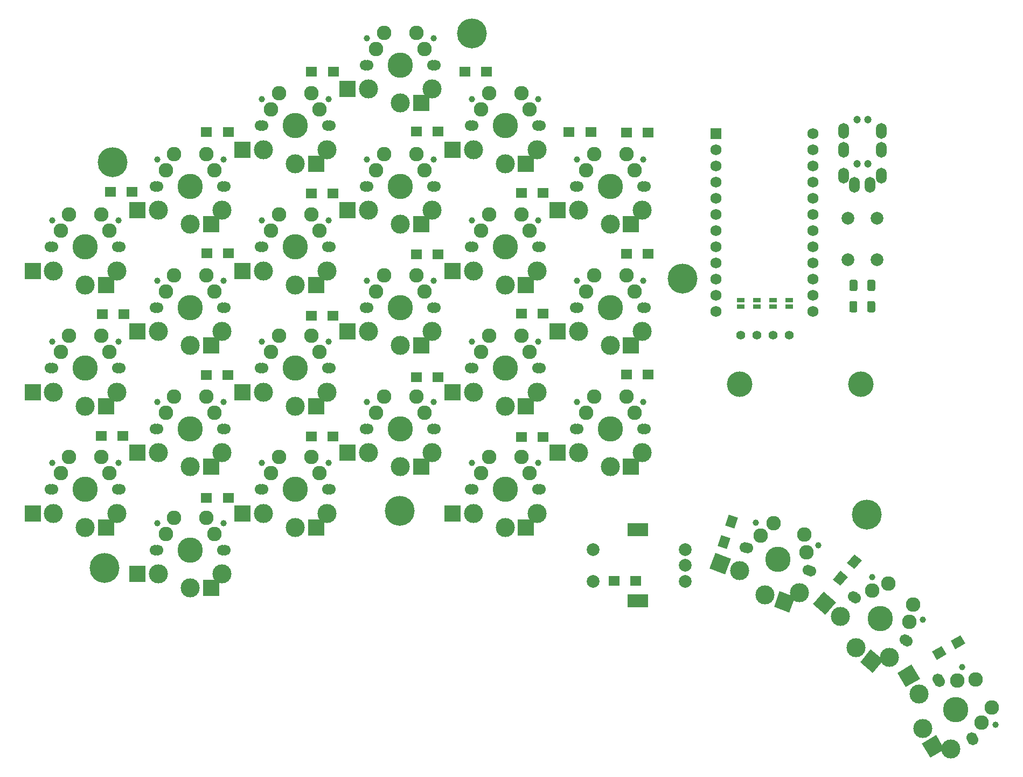
<source format=gbr>
%TF.GenerationSoftware,KiCad,Pcbnew,5.1.10-88a1d61d58~90~ubuntu20.04.1*%
%TF.CreationDate,2021-08-28T15:33:20+01:00*%
%TF.ProjectId,scrawler,73637261-776c-4657-922e-6b696361645f,rev?*%
%TF.SameCoordinates,Original*%
%TF.FileFunction,Soldermask,Bot*%
%TF.FilePolarity,Negative*%
%FSLAX46Y46*%
G04 Gerber Fmt 4.6, Leading zero omitted, Abs format (unit mm)*
G04 Created by KiCad (PCBNEW 5.1.10-88a1d61d58~90~ubuntu20.04.1) date 2021-08-28 15:33:20*
%MOMM*%
%LPD*%
G01*
G04 APERTURE LIST*
%ADD10C,4.000000*%
%ADD11O,1.700000X2.500000*%
%ADD12C,1.200000*%
%ADD13C,1.752600*%
%ADD14R,1.752600X1.752600*%
%ADD15C,1.701800*%
%ADD16C,3.000000*%
%ADD17C,3.429000*%
%ADD18R,2.600000X2.600000*%
%ADD19C,0.990600*%
%ADD20C,2.286000*%
%ADD21C,3.987800*%
%ADD22C,0.100000*%
%ADD23C,2.000000*%
%ADD24R,3.200000X2.000000*%
%ADD25R,1.143000X0.635000*%
%ADD26C,1.397000*%
%ADD27C,4.700000*%
%ADD28R,1.800000X1.500000*%
G04 APERTURE END LIST*
D10*
%TO.C,H8*%
X198120000Y-97790000D03*
%TD*%
%TO.C,H7*%
X179070000Y-97790000D03*
%TD*%
D11*
%TO.C,J2*%
X197112200Y-66460800D03*
X201312200Y-64960800D03*
X201312200Y-60960800D03*
X201312200Y-57960800D03*
D12*
X199212200Y-63160800D03*
X199212200Y-56160800D03*
D11*
X195362200Y-60960800D03*
X195362200Y-57960800D03*
X199562200Y-66460800D03*
X195362200Y-64960800D03*
D12*
X197462200Y-56160800D03*
X197462200Y-63160800D03*
%TD*%
D13*
%TO.C,U1*%
X190525400Y-58381900D03*
X175285400Y-86321900D03*
X190525400Y-60921900D03*
X190525400Y-63461900D03*
X190525400Y-66001900D03*
X190525400Y-68541900D03*
X190525400Y-71081900D03*
X190525400Y-73621900D03*
X190525400Y-76161900D03*
X190525400Y-78701900D03*
X190525400Y-81241900D03*
X190525400Y-83781900D03*
X190525400Y-86321900D03*
X175285400Y-83781900D03*
X175285400Y-81241900D03*
X175285400Y-78701900D03*
X175285400Y-76161900D03*
X175285400Y-73621900D03*
X175285400Y-71081900D03*
X175285400Y-68541900D03*
X175285400Y-66001900D03*
X175285400Y-63461900D03*
X175285400Y-60921900D03*
D14*
X175285400Y-58381900D03*
%TD*%
D15*
%TO.C,SW9B1*%
X103695084Y-76200000D03*
X114695084Y-76200000D03*
D16*
X114195084Y-79950000D03*
D17*
X109195084Y-76200000D03*
D16*
X109195084Y-82150000D03*
X104195084Y-79950000D03*
D18*
X112470084Y-82150000D03*
X100920084Y-79950000D03*
D19*
X103975084Y-72000000D03*
X114415084Y-72000000D03*
%TD*%
D15*
%TO.C,SW9*%
X104115084Y-76200000D03*
X114275084Y-76200000D03*
D20*
X105385084Y-73660000D03*
D21*
X109195084Y-76200000D03*
D20*
X111735084Y-71120000D03*
X106655084Y-71120000D03*
X113005084Y-73660000D03*
%TD*%
D15*
%TO.C,SW8B1*%
X87197784Y-85725000D03*
X98197784Y-85725000D03*
D16*
X97697784Y-89475000D03*
D17*
X92697784Y-85725000D03*
D16*
X92697784Y-91675000D03*
X87697784Y-89475000D03*
D18*
X95972784Y-91675000D03*
X84422784Y-89475000D03*
D19*
X87477784Y-81525000D03*
X97917784Y-81525000D03*
%TD*%
D15*
%TO.C,SW8*%
X87617784Y-85725000D03*
X97777784Y-85725000D03*
D20*
X88887784Y-83185000D03*
D21*
X92697784Y-85725000D03*
D20*
X95237784Y-80645000D03*
X90157784Y-80645000D03*
X96507784Y-83185000D03*
%TD*%
D15*
%TO.C,SW7B1*%
X70700000Y-95250000D03*
X81700000Y-95250000D03*
D16*
X81200000Y-99000000D03*
D17*
X76200000Y-95250000D03*
D16*
X76200000Y-101200000D03*
X71200000Y-99000000D03*
D18*
X79475000Y-101200000D03*
X67925000Y-99000000D03*
D19*
X70980000Y-91050000D03*
X81420000Y-91050000D03*
%TD*%
D15*
%TO.C,SW7*%
X71120000Y-95250000D03*
X81280000Y-95250000D03*
D20*
X72390000Y-92710000D03*
D21*
X76200000Y-95250000D03*
D20*
X78740000Y-90170000D03*
X73660000Y-90170000D03*
X80010000Y-92710000D03*
%TD*%
D15*
%TO.C,SW6B1*%
X153188920Y-66675000D03*
X164188920Y-66675000D03*
D16*
X163688920Y-70425000D03*
D17*
X158688920Y-66675000D03*
D16*
X158688920Y-72625000D03*
X153688920Y-70425000D03*
D18*
X161963920Y-72625000D03*
X150413920Y-70425000D03*
D19*
X153468920Y-62475000D03*
X163908920Y-62475000D03*
%TD*%
D15*
%TO.C,SW6*%
X153608920Y-66675000D03*
X163768920Y-66675000D03*
D20*
X154878920Y-64135000D03*
D21*
X158688920Y-66675000D03*
D20*
X161228920Y-61595000D03*
X156148920Y-61595000D03*
X162498920Y-64135000D03*
%TD*%
D15*
%TO.C,SW5B1*%
X136691136Y-57150000D03*
X147691136Y-57150000D03*
D16*
X147191136Y-60900000D03*
D17*
X142191136Y-57150000D03*
D16*
X142191136Y-63100000D03*
X137191136Y-60900000D03*
D18*
X145466136Y-63100000D03*
X133916136Y-60900000D03*
D19*
X136971136Y-52950000D03*
X147411136Y-52950000D03*
%TD*%
D15*
%TO.C,SW5*%
X137111136Y-57150000D03*
X147271136Y-57150000D03*
D20*
X138381136Y-54610000D03*
D21*
X142191136Y-57150000D03*
D20*
X144731136Y-52070000D03*
X139651136Y-52070000D03*
X146001136Y-54610000D03*
%TD*%
D15*
%TO.C,SW4B1*%
X120193352Y-47625000D03*
X131193352Y-47625000D03*
D16*
X130693352Y-51375000D03*
D17*
X125693352Y-47625000D03*
D16*
X125693352Y-53575000D03*
X120693352Y-51375000D03*
D18*
X128968352Y-53575000D03*
X117418352Y-51375000D03*
D19*
X120473352Y-43425000D03*
X130913352Y-43425000D03*
%TD*%
D15*
%TO.C,SW4*%
X120613352Y-47625000D03*
X130773352Y-47625000D03*
D20*
X121883352Y-45085000D03*
D21*
X125693352Y-47625000D03*
D20*
X128233352Y-42545000D03*
X123153352Y-42545000D03*
X129503352Y-45085000D03*
%TD*%
D15*
%TO.C,SW3B1*%
X103695084Y-57150000D03*
X114695084Y-57150000D03*
D16*
X114195084Y-60900000D03*
D17*
X109195084Y-57150000D03*
D16*
X109195084Y-63100000D03*
X104195084Y-60900000D03*
D18*
X112470084Y-63100000D03*
X100920084Y-60900000D03*
D19*
X103975084Y-52950000D03*
X114415084Y-52950000D03*
%TD*%
D15*
%TO.C,SW3*%
X104115084Y-57150000D03*
X114275084Y-57150000D03*
D20*
X105385084Y-54610000D03*
D21*
X109195084Y-57150000D03*
D20*
X111735084Y-52070000D03*
X106655084Y-52070000D03*
X113005084Y-54610000D03*
%TD*%
D15*
%TO.C,SW2B1*%
X87197784Y-66675000D03*
X98197784Y-66675000D03*
D16*
X97697784Y-70425000D03*
D17*
X92697784Y-66675000D03*
D16*
X92697784Y-72625000D03*
X87697784Y-70425000D03*
D18*
X95972784Y-72625000D03*
X84422784Y-70425000D03*
D19*
X87477784Y-62475000D03*
X97917784Y-62475000D03*
%TD*%
D15*
%TO.C,SW2*%
X87617784Y-66675000D03*
X97777784Y-66675000D03*
D20*
X88887784Y-64135000D03*
D21*
X92697784Y-66675000D03*
D20*
X95237784Y-61595000D03*
X90157784Y-61595000D03*
X96507784Y-64135000D03*
%TD*%
D15*
%TO.C,SW26B1*%
X210241700Y-144106260D03*
X215741700Y-153632540D03*
D16*
X212244105Y-155074527D03*
D17*
X212991700Y-148869400D03*
D16*
X207838849Y-151844400D03*
X207244105Y-146414273D03*
D22*
G36*
X207700516Y-154204800D02*
G01*
X209952182Y-152904800D01*
X211252182Y-155156466D01*
X209000516Y-156456466D01*
X207700516Y-154204800D01*
G37*
G36*
X203830772Y-143102207D02*
G01*
X206082438Y-141802207D01*
X207382438Y-144053873D01*
X205130772Y-145353873D01*
X203830772Y-143102207D01*
G37*
D19*
X214019007Y-142248747D03*
X219239007Y-151290053D03*
%TD*%
D15*
%TO.C,SW26*%
X210451700Y-144469991D03*
X215531700Y-153268809D03*
D20*
X213286405Y-144299843D03*
D21*
X212991700Y-148869400D03*
D20*
X218661109Y-148529105D03*
X216121109Y-144129695D03*
X217096405Y-150898957D03*
%TD*%
D15*
%TO.C,SW25B1*%
X196916656Y-131084668D03*
X205343144Y-138155332D03*
D16*
X202549669Y-140706605D03*
D17*
X201129900Y-134620000D03*
D16*
X197305314Y-139177964D03*
X194889224Y-134278729D03*
D22*
G36*
X197982627Y-141443328D02*
G01*
X199653875Y-139451612D01*
X201645591Y-141122860D01*
X199974343Y-143114576D01*
X197982627Y-141443328D01*
G37*
G36*
X190548947Y-132333833D02*
G01*
X192220195Y-130342117D01*
X194211911Y-132013365D01*
X192540663Y-134005081D01*
X190548947Y-132333833D01*
G37*
D19*
X199830856Y-128047262D03*
X207828360Y-134757965D03*
%TD*%
D15*
%TO.C,SW25*%
X197238394Y-131354639D03*
X205021406Y-137885361D03*
D20*
X199843951Y-130225226D03*
D21*
X201129900Y-134620000D03*
D20*
X206341014Y-132361175D03*
X202449508Y-129095814D03*
X205681210Y-135123268D03*
%TD*%
D15*
%TO.C,SW24B1*%
X179883391Y-123378989D03*
X190220009Y-127141211D03*
D16*
X188467588Y-130494048D03*
D17*
X185051700Y-125260100D03*
D16*
X183016680Y-130851271D03*
X179070661Y-127073847D03*
D22*
G36*
X184427946Y-132748361D02*
G01*
X185317199Y-130305160D01*
X187760400Y-131194413D01*
X186871147Y-133637614D01*
X184427946Y-132748361D01*
G37*
G36*
X174326941Y-126730705D02*
G01*
X175216194Y-124287504D01*
X177659395Y-125176757D01*
X176770142Y-127619958D01*
X174326941Y-126730705D01*
G37*
D19*
X181582989Y-119528046D03*
X191393380Y-123098736D03*
%TD*%
D15*
%TO.C,SW24*%
X180278061Y-123522638D03*
X189825339Y-126997562D03*
D20*
X182340202Y-121570184D03*
D21*
X185051700Y-125260100D03*
D20*
X189175982Y-121355193D03*
X184402343Y-119617730D03*
X189500660Y-124176377D03*
%TD*%
D15*
%TO.C,SW22B1*%
X136691136Y-114300000D03*
X147691136Y-114300000D03*
D16*
X147191136Y-118050000D03*
D17*
X142191136Y-114300000D03*
D16*
X142191136Y-120250000D03*
X137191136Y-118050000D03*
D18*
X145466136Y-120250000D03*
X133916136Y-118050000D03*
D19*
X136971136Y-110100000D03*
X147411136Y-110100000D03*
%TD*%
D15*
%TO.C,SW22*%
X137111136Y-114300000D03*
X147271136Y-114300000D03*
D20*
X138381136Y-111760000D03*
D21*
X142191136Y-114300000D03*
D20*
X144731136Y-109220000D03*
X139651136Y-109220000D03*
X146001136Y-111760000D03*
%TD*%
D15*
%TO.C,SW21B1*%
X120193352Y-104775000D03*
X131193352Y-104775000D03*
D16*
X130693352Y-108525000D03*
D17*
X125693352Y-104775000D03*
D16*
X125693352Y-110725000D03*
X120693352Y-108525000D03*
D18*
X128968352Y-110725000D03*
X117418352Y-108525000D03*
D19*
X120473352Y-100575000D03*
X130913352Y-100575000D03*
%TD*%
D15*
%TO.C,SW21*%
X120613352Y-104775000D03*
X130773352Y-104775000D03*
D20*
X121883352Y-102235000D03*
D21*
X125693352Y-104775000D03*
D20*
X128233352Y-99695000D03*
X123153352Y-99695000D03*
X129503352Y-102235000D03*
%TD*%
D15*
%TO.C,SW20B1*%
X103695084Y-114300000D03*
X114695084Y-114300000D03*
D16*
X114195084Y-118050000D03*
D17*
X109195084Y-114300000D03*
D16*
X109195084Y-120250000D03*
X104195084Y-118050000D03*
D18*
X112470084Y-120250000D03*
X100920084Y-118050000D03*
D19*
X103975084Y-110100000D03*
X114415084Y-110100000D03*
%TD*%
D15*
%TO.C,SW20*%
X104115084Y-114300000D03*
X114275084Y-114300000D03*
D20*
X105385084Y-111760000D03*
D21*
X109195084Y-114300000D03*
D20*
X111735084Y-109220000D03*
X106655084Y-109220000D03*
X113005084Y-111760000D03*
%TD*%
D15*
%TO.C,SW1B1*%
X70700000Y-76200000D03*
X81700000Y-76200000D03*
D16*
X81200000Y-79950000D03*
D17*
X76200000Y-76200000D03*
D16*
X76200000Y-82150000D03*
X71200000Y-79950000D03*
D18*
X79475000Y-82150000D03*
X67925000Y-79950000D03*
D19*
X70980000Y-72000000D03*
X81420000Y-72000000D03*
%TD*%
D15*
%TO.C,SW1*%
X71120000Y-76200000D03*
X81280000Y-76200000D03*
D20*
X72390000Y-73660000D03*
D21*
X76200000Y-76200000D03*
D20*
X78740000Y-71120000D03*
X73660000Y-71120000D03*
X80010000Y-73660000D03*
%TD*%
D15*
%TO.C,SW19B1*%
X87197784Y-123825000D03*
X98197784Y-123825000D03*
D16*
X97697784Y-127575000D03*
D17*
X92697784Y-123825000D03*
D16*
X92697784Y-129775000D03*
X87697784Y-127575000D03*
D18*
X95972784Y-129775000D03*
X84422784Y-127575000D03*
D19*
X87477784Y-119625000D03*
X97917784Y-119625000D03*
%TD*%
D15*
%TO.C,SW19*%
X87617784Y-123825000D03*
X97777784Y-123825000D03*
D20*
X88887784Y-121285000D03*
D21*
X92697784Y-123825000D03*
D20*
X95237784Y-118745000D03*
X90157784Y-118745000D03*
X96507784Y-121285000D03*
%TD*%
D15*
%TO.C,SW18B1*%
X153188920Y-104775000D03*
X164188920Y-104775000D03*
D16*
X163688920Y-108525000D03*
D17*
X158688920Y-104775000D03*
D16*
X158688920Y-110725000D03*
X153688920Y-108525000D03*
D18*
X161963920Y-110725000D03*
X150413920Y-108525000D03*
D19*
X153468920Y-100575000D03*
X163908920Y-100575000D03*
%TD*%
D15*
%TO.C,SW18*%
X153608920Y-104775000D03*
X163768920Y-104775000D03*
D20*
X154878920Y-102235000D03*
D21*
X158688920Y-104775000D03*
D20*
X161228920Y-99695000D03*
X156148920Y-99695000D03*
X162498920Y-102235000D03*
%TD*%
D15*
%TO.C,SW17B1*%
X136691136Y-95250000D03*
X147691136Y-95250000D03*
D16*
X147191136Y-99000000D03*
D17*
X142191136Y-95250000D03*
D16*
X142191136Y-101200000D03*
X137191136Y-99000000D03*
D18*
X145466136Y-101200000D03*
X133916136Y-99000000D03*
D19*
X136971136Y-91050000D03*
X147411136Y-91050000D03*
%TD*%
D15*
%TO.C,SW17*%
X137111136Y-95250000D03*
X147271136Y-95250000D03*
D20*
X138381136Y-92710000D03*
D21*
X142191136Y-95250000D03*
D20*
X144731136Y-90170000D03*
X139651136Y-90170000D03*
X146001136Y-92710000D03*
%TD*%
D15*
%TO.C,SW16B1*%
X120193352Y-85725000D03*
X131193352Y-85725000D03*
D16*
X130693352Y-89475000D03*
D17*
X125693352Y-85725000D03*
D16*
X125693352Y-91675000D03*
X120693352Y-89475000D03*
D18*
X128968352Y-91675000D03*
X117418352Y-89475000D03*
D19*
X120473352Y-81525000D03*
X130913352Y-81525000D03*
%TD*%
D15*
%TO.C,SW16*%
X120613352Y-85725000D03*
X130773352Y-85725000D03*
D20*
X121883352Y-83185000D03*
D21*
X125693352Y-85725000D03*
D20*
X128233352Y-80645000D03*
X123153352Y-80645000D03*
X129503352Y-83185000D03*
%TD*%
D15*
%TO.C,SW15B1*%
X103695084Y-95250000D03*
X114695084Y-95250000D03*
D16*
X114195084Y-99000000D03*
D17*
X109195084Y-95250000D03*
D16*
X109195084Y-101200000D03*
X104195084Y-99000000D03*
D18*
X112470084Y-101200000D03*
X100920084Y-99000000D03*
D19*
X103975084Y-91050000D03*
X114415084Y-91050000D03*
%TD*%
D15*
%TO.C,SW15*%
X104115084Y-95250000D03*
X114275084Y-95250000D03*
D20*
X105385084Y-92710000D03*
D21*
X109195084Y-95250000D03*
D20*
X111735084Y-90170000D03*
X106655084Y-90170000D03*
X113005084Y-92710000D03*
%TD*%
D15*
%TO.C,SW14B1*%
X87197784Y-104775000D03*
X98197784Y-104775000D03*
D16*
X97697784Y-108525000D03*
D17*
X92697784Y-104775000D03*
D16*
X92697784Y-110725000D03*
X87697784Y-108525000D03*
D18*
X95972784Y-110725000D03*
X84422784Y-108525000D03*
D19*
X87477784Y-100575000D03*
X97917784Y-100575000D03*
%TD*%
D15*
%TO.C,SW14*%
X87617784Y-104775000D03*
X97777784Y-104775000D03*
D20*
X88887784Y-102235000D03*
D21*
X92697784Y-104775000D03*
D20*
X95237784Y-99695000D03*
X90157784Y-99695000D03*
X96507784Y-102235000D03*
%TD*%
D15*
%TO.C,SW13B1*%
X70700000Y-114300000D03*
X81700000Y-114300000D03*
D16*
X81200000Y-118050000D03*
D17*
X76200000Y-114300000D03*
D16*
X76200000Y-120250000D03*
X71200000Y-118050000D03*
D18*
X79475000Y-120250000D03*
X67925000Y-118050000D03*
D19*
X70980000Y-110100000D03*
X81420000Y-110100000D03*
%TD*%
D15*
%TO.C,SW13*%
X71120000Y-114300000D03*
X81280000Y-114300000D03*
D20*
X72390000Y-111760000D03*
D21*
X76200000Y-114300000D03*
D20*
X78740000Y-109220000D03*
X73660000Y-109220000D03*
X80010000Y-111760000D03*
%TD*%
D15*
%TO.C,SW12B1*%
X153188920Y-85725000D03*
X164188920Y-85725000D03*
D16*
X163688920Y-89475000D03*
D17*
X158688920Y-85725000D03*
D16*
X158688920Y-91675000D03*
X153688920Y-89475000D03*
D18*
X161963920Y-91675000D03*
X150413920Y-89475000D03*
D19*
X153468920Y-81525000D03*
X163908920Y-81525000D03*
%TD*%
D15*
%TO.C,SW12*%
X153608920Y-85725000D03*
X163768920Y-85725000D03*
D20*
X154878920Y-83185000D03*
D21*
X158688920Y-85725000D03*
D20*
X161228920Y-80645000D03*
X156148920Y-80645000D03*
X162498920Y-83185000D03*
%TD*%
D15*
%TO.C,SW11B1*%
X136691136Y-76200000D03*
X147691136Y-76200000D03*
D16*
X147191136Y-79950000D03*
D17*
X142191136Y-76200000D03*
D16*
X142191136Y-82150000D03*
X137191136Y-79950000D03*
D18*
X145466136Y-82150000D03*
X133916136Y-79950000D03*
D19*
X136971136Y-72000000D03*
X147411136Y-72000000D03*
%TD*%
D15*
%TO.C,SW11*%
X137111136Y-76200000D03*
X147271136Y-76200000D03*
D20*
X138381136Y-73660000D03*
D21*
X142191136Y-76200000D03*
D20*
X144731136Y-71120000D03*
X139651136Y-71120000D03*
X146001136Y-73660000D03*
%TD*%
D15*
%TO.C,SW10B1*%
X120193352Y-66675000D03*
X131193352Y-66675000D03*
D16*
X130693352Y-70425000D03*
D17*
X125693352Y-66675000D03*
D16*
X125693352Y-72625000D03*
X120693352Y-70425000D03*
D18*
X128968352Y-72625000D03*
X117418352Y-70425000D03*
D19*
X120473352Y-62475000D03*
X130913352Y-62475000D03*
%TD*%
D15*
%TO.C,SW10*%
X120613352Y-66675000D03*
X130773352Y-66675000D03*
D20*
X121883352Y-64135000D03*
D21*
X125693352Y-66675000D03*
D20*
X128233352Y-61595000D03*
X123153352Y-61595000D03*
X129503352Y-64135000D03*
%TD*%
D23*
%TO.C,ROT_ENC*%
X156029900Y-123712600D03*
X156029900Y-128712600D03*
D24*
X163029900Y-120612600D03*
X163029900Y-131812600D03*
D23*
X170529900Y-123712600D03*
X170529900Y-126212600D03*
X170529900Y-128712600D03*
%TD*%
%TO.C,RSW1*%
X196096500Y-71716900D03*
X200596500Y-71716900D03*
X196096500Y-78216900D03*
X200596500Y-78216900D03*
%TD*%
%TO.C,R2*%
G36*
G01*
X197538500Y-84960300D02*
X197538500Y-86210300D01*
G75*
G02*
X197288500Y-86460300I-250000J0D01*
G01*
X196538500Y-86460300D01*
G75*
G02*
X196288500Y-86210300I0J250000D01*
G01*
X196288500Y-84960300D01*
G75*
G02*
X196538500Y-84710300I250000J0D01*
G01*
X197288500Y-84710300D01*
G75*
G02*
X197538500Y-84960300I0J-250000D01*
G01*
G37*
G36*
G01*
X200338500Y-84960300D02*
X200338500Y-86210300D01*
G75*
G02*
X200088500Y-86460300I-250000J0D01*
G01*
X199338500Y-86460300D01*
G75*
G02*
X199088500Y-86210300I0J250000D01*
G01*
X199088500Y-84960300D01*
G75*
G02*
X199338500Y-84710300I250000J0D01*
G01*
X200088500Y-84710300D01*
G75*
G02*
X200338500Y-84960300I0J-250000D01*
G01*
G37*
G36*
G01*
X197538500Y-84960300D02*
X197538500Y-86210300D01*
G75*
G02*
X197288500Y-86460300I-250000J0D01*
G01*
X196538500Y-86460300D01*
G75*
G02*
X196288500Y-86210300I0J250000D01*
G01*
X196288500Y-84960300D01*
G75*
G02*
X196538500Y-84710300I250000J0D01*
G01*
X197288500Y-84710300D01*
G75*
G02*
X197538500Y-84960300I0J-250000D01*
G01*
G37*
G36*
G01*
X200338500Y-84960300D02*
X200338500Y-86210300D01*
G75*
G02*
X200088500Y-86460300I-250000J0D01*
G01*
X199338500Y-86460300D01*
G75*
G02*
X199088500Y-86210300I0J250000D01*
G01*
X199088500Y-84960300D01*
G75*
G02*
X199338500Y-84710300I250000J0D01*
G01*
X200088500Y-84710300D01*
G75*
G02*
X200338500Y-84960300I0J-250000D01*
G01*
G37*
%TD*%
%TO.C,R1*%
G36*
G01*
X197548200Y-81607500D02*
X197548200Y-82857500D01*
G75*
G02*
X197298200Y-83107500I-250000J0D01*
G01*
X196548200Y-83107500D01*
G75*
G02*
X196298200Y-82857500I0J250000D01*
G01*
X196298200Y-81607500D01*
G75*
G02*
X196548200Y-81357500I250000J0D01*
G01*
X197298200Y-81357500D01*
G75*
G02*
X197548200Y-81607500I0J-250000D01*
G01*
G37*
G36*
G01*
X200348200Y-81607500D02*
X200348200Y-82857500D01*
G75*
G02*
X200098200Y-83107500I-250000J0D01*
G01*
X199348200Y-83107500D01*
G75*
G02*
X199098200Y-82857500I0J250000D01*
G01*
X199098200Y-81607500D01*
G75*
G02*
X199348200Y-81357500I250000J0D01*
G01*
X200098200Y-81357500D01*
G75*
G02*
X200348200Y-81607500I0J-250000D01*
G01*
G37*
G36*
G01*
X197548200Y-81607500D02*
X197548200Y-82857500D01*
G75*
G02*
X197298200Y-83107500I-250000J0D01*
G01*
X196548200Y-83107500D01*
G75*
G02*
X196298200Y-82857500I0J250000D01*
G01*
X196298200Y-81607500D01*
G75*
G02*
X196548200Y-81357500I250000J0D01*
G01*
X197298200Y-81357500D01*
G75*
G02*
X197548200Y-81607500I0J-250000D01*
G01*
G37*
G36*
G01*
X200348200Y-81607500D02*
X200348200Y-82857500D01*
G75*
G02*
X200098200Y-83107500I-250000J0D01*
G01*
X199348200Y-83107500D01*
G75*
G02*
X199098200Y-82857500I0J250000D01*
G01*
X199098200Y-81607500D01*
G75*
G02*
X199348200Y-81357500I250000J0D01*
G01*
X200098200Y-81357500D01*
G75*
G02*
X200348200Y-81607500I0J-250000D01*
G01*
G37*
%TD*%
D25*
%TO.C,JP8*%
X179204620Y-84551520D03*
X179204620Y-85552280D03*
%TD*%
%TO.C,JP7*%
X181744620Y-84551520D03*
X181744620Y-85552280D03*
%TD*%
%TO.C,JP6*%
X184284620Y-84551520D03*
X184284620Y-85552280D03*
%TD*%
%TO.C,JP5*%
X186824620Y-84551520D03*
X186824620Y-85552280D03*
%TD*%
D26*
%TO.C,OLED*%
X186824620Y-90051890D03*
X184284620Y-90051890D03*
X181744620Y-90051890D03*
X179204620Y-90051890D03*
%TD*%
D27*
%TO.C,H6*%
X136994900Y-42608500D03*
%TD*%
%TO.C,H5*%
X170065700Y-81165700D03*
%TD*%
%TO.C,H4*%
X199034400Y-118275100D03*
%TD*%
%TO.C,H3*%
X125653800Y-117652800D03*
%TD*%
%TO.C,H2*%
X79260700Y-126593600D03*
%TD*%
%TO.C,H1*%
X80505300Y-62903100D03*
%TD*%
D22*
%TO.C,D26*%
G36*
X210806280Y-138878981D02*
G01*
X211556280Y-140178019D01*
X209997434Y-141078019D01*
X209247434Y-139778981D01*
X210806280Y-138878981D01*
G37*
G36*
X213750766Y-137178981D02*
G01*
X214500766Y-138478019D01*
X212941920Y-139378019D01*
X212191920Y-138078981D01*
X213750766Y-137178981D01*
G37*
%TD*%
%TO.C,D25*%
G36*
X194884937Y-127092645D02*
G01*
X196034003Y-128056827D01*
X194876985Y-129435707D01*
X193727919Y-128471525D01*
X194884937Y-127092645D01*
G37*
G36*
X197070415Y-124488093D02*
G01*
X198219481Y-125452275D01*
X197062463Y-126831155D01*
X195913397Y-125866973D01*
X197070415Y-124488093D01*
G37*
%TD*%
%TO.C,D24*%
G36*
X176199315Y-121437339D02*
G01*
X177608854Y-121950369D01*
X176993217Y-123641815D01*
X175583678Y-123128785D01*
X176199315Y-121437339D01*
G37*
G36*
X177362183Y-118242385D02*
G01*
X178771722Y-118755415D01*
X178156085Y-120446861D01*
X176746546Y-119933831D01*
X177362183Y-118242385D01*
G37*
%TD*%
D28*
%TO.C,D23*%
X159310600Y-128689100D03*
X162710600Y-128689100D03*
%TD*%
%TO.C,D22*%
X144720100Y-106019600D03*
X148120100Y-106019600D03*
%TD*%
%TO.C,D21*%
X128233700Y-96621600D03*
X131633700Y-96621600D03*
%TD*%
%TO.C,D20*%
X111749100Y-105994200D03*
X115149100Y-105994200D03*
%TD*%
%TO.C,D19*%
X95251800Y-115633500D03*
X98651800Y-115633500D03*
%TD*%
%TO.C,D18*%
X161255500Y-96240600D03*
X164655500Y-96240600D03*
%TD*%
%TO.C,D17*%
X144745500Y-86664800D03*
X148145500Y-86664800D03*
%TD*%
%TO.C,D16*%
X128221000Y-77343000D03*
X131621000Y-77343000D03*
%TD*%
%TO.C,D15*%
X111712800Y-87045800D03*
X115112800Y-87045800D03*
%TD*%
%TO.C,D14*%
X95240900Y-96354900D03*
X98640900Y-96354900D03*
%TD*%
%TO.C,D13*%
X78740000Y-105918000D03*
X82140000Y-105918000D03*
%TD*%
%TO.C,D12*%
X161228300Y-77279500D03*
X164628300Y-77279500D03*
%TD*%
%TO.C,D11*%
X144731000Y-67665600D03*
X148131000Y-67665600D03*
%TD*%
%TO.C,D10*%
X128221000Y-58089800D03*
X131621000Y-58089800D03*
%TD*%
%TO.C,D9*%
X111711000Y-67767200D03*
X115111000Y-67767200D03*
%TD*%
%TO.C,D8*%
X95289900Y-77203300D03*
X98689900Y-77203300D03*
%TD*%
%TO.C,D7*%
X78881500Y-86766400D03*
X82281500Y-86766400D03*
%TD*%
%TO.C,D6*%
X161279100Y-58204100D03*
X164679100Y-58204100D03*
%TD*%
%TO.C,D5*%
X152236700Y-58115200D03*
X155636700Y-58115200D03*
%TD*%
%TO.C,D4*%
X135828300Y-48653700D03*
X139228300Y-48653700D03*
%TD*%
%TO.C,D3*%
X111774500Y-48679100D03*
X115174500Y-48679100D03*
%TD*%
%TO.C,D2*%
X95251800Y-58166000D03*
X98651800Y-58166000D03*
%TD*%
%TO.C,D1*%
X80149700Y-67551300D03*
X83549700Y-67551300D03*
%TD*%
M02*

</source>
